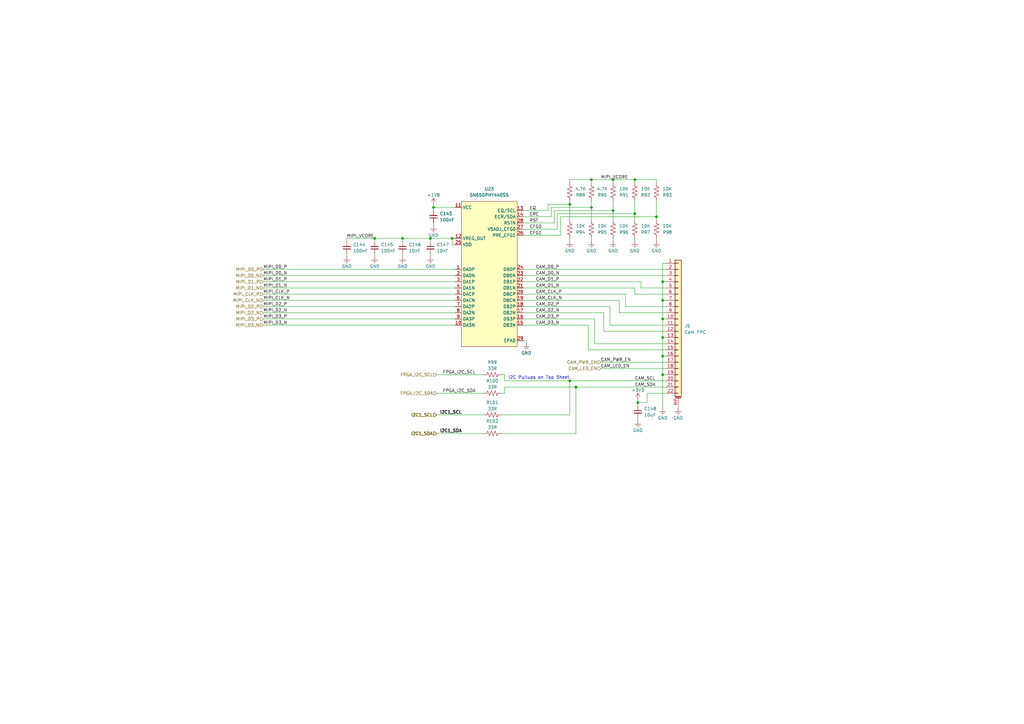
<source format=kicad_sch>
(kicad_sch (version 20231120) (generator "eeschema") (generator_version "8.0")
  (paper "A3")
  (title_block (title "Camera FPC Connector") (date "2024-07-14") (rev "1.0") (company "Drexel University") (comment 1 "Designed by John Hofmeyr"))
  (lib_symbols
    (symbol "Connector_Generic_MountingPin:Conn_01x22_MountingPin" (pin_names (offset 1.016) hide)
      (property "Reference" "J" (at 0 27.94 0))
      (property "Value" "Conn_01x22_MountingPin" (at 1.27 -30.48 0))
      (symbol "Conn_01x22_MountingPin_1_1"
        (rectangle (start -1.27 -27.813) (end 0 -28.067) (stroke (width 0.1524)))
        (rectangle (start -1.27 -25.273) (end 0 -25.527) (stroke (width 0.1524)))
        (rectangle (start -1.27 -22.733) (end 0 -22.987) (stroke (width 0.1524)))
        (rectangle (start -1.27 -20.193) (end 0 -20.447) (stroke (width 0.1524)))
        (rectangle (start -1.27 -17.653) (end 0 -17.907) (stroke (width 0.1524)))
        (rectangle (start -1.27 -15.113) (end 0 -15.367) (stroke (width 0.1524)))
        (rectangle (start -1.27 -12.573) (end 0 -12.827) (stroke (width 0.1524)))
        (rectangle (start -1.27 -10.033) (end 0 -10.287) (stroke (width 0.1524)))
        (rectangle (start -1.27 -7.493) (end 0 -7.747) (stroke (width 0.1524)))
        (rectangle (start -1.27 -4.953) (end 0 -5.207) (stroke (width 0.1524)))
        (rectangle (start -1.27 -2.413) (end 0 -2.667) (stroke (width 0.1524)))
        (rectangle (start -1.27 0.127) (end 0 -0.127) (stroke (width 0.1524)))
        (rectangle (start -1.27 2.667) (end 0 2.413) (stroke (width 0.1524)))
        (rectangle (start -1.27 5.207) (end 0 4.953) (stroke (width 0.1524)))
        (rectangle (start -1.27 7.747) (end 0 7.493) (stroke (width 0.1524)))
        (rectangle (start -1.27 10.287) (end 0 10.033) (stroke (width 0.1524)))
        (rectangle (start -1.27 12.827) (end 0 12.573) (stroke (width 0.1524)))
        (rectangle (start -1.27 15.367) (end 0 15.113) (stroke (width 0.1524)))
        (rectangle (start -1.27 17.907) (end 0 17.653) (stroke (width 0.1524)))
        (rectangle (start -1.27 20.447) (end 0 20.193) (stroke (width 0.1524)))
        (rectangle (start -1.27 22.987) (end 0 22.733) (stroke (width 0.1524)))
        (rectangle (start -1.27 25.527) (end 0 25.273) (stroke (width 0.1524)))
        (rectangle (start -1.27 26.67) (end 1.27 -29.21) (stroke (width 0.254)) (fill (type background)))
        (polyline (pts (xy -1.016 -29.972) (xy 1.016 -29.972)) (stroke (width 0.1524)))
        (text "Mounting" (at 0 -29.591 0) (effects (font (size 0.381 0.381))))
        (pin passive line (at -5.08 25.4 0) (length 3.81) (name "Pin_1") (number "1"))
        (pin passive line (at -5.08 2.54 0) (length 3.81) (name "Pin_10") (number "10"))
        (pin passive line (at -5.08 0 0) (length 3.81) (name "Pin_11") (number "11"))
        (pin passive line (at -5.08 -2.54 0) (length 3.81) (name "Pin_12") (number "12"))
        (pin passive line (at -5.08 -5.08 0) (length 3.81) (name "Pin_13") (number "13"))
        (pin passive line (at -5.08 -7.62 0) (length 3.81) (name "Pin_14") (number "14"))
        (pin passive line (at -5.08 -10.16 0) (length 3.81) (name "Pin_15") (number "15"))
        (pin passive line (at -5.08 -12.7 0) (length 3.81) (name "Pin_16") (number "16"))
        (pin passive line (at -5.08 -15.24 0) (length 3.81) (name "Pin_17") (number "17"))
        (pin passive line (at -5.08 -17.78 0) (length 3.81) (name "Pin_18") (number "18"))
        (pin passive line (at -5.08 -20.32 0) (length 3.81) (name "Pin_19") (number "19"))
        (pin passive line (at -5.08 22.86 0) (length 3.81) (name "Pin_2") (number "2"))
        (pin passive line (at -5.08 -22.86 0) (length 3.81) (name "Pin_20") (number "20"))
        (pin passive line (at -5.08 -25.4 0) (length 3.81) (name "Pin_21") (number "21"))
        (pin passive line (at -5.08 -27.94 0) (length 3.81) (name "Pin_22") (number "22"))
        (pin passive line (at -5.08 20.32 0) (length 3.81) (name "Pin_3") (number "3"))
        (pin passive line (at -5.08 17.78 0) (length 3.81) (name "Pin_4") (number "4"))
        (pin passive line (at -5.08 15.24 0) (length 3.81) (name "Pin_5") (number "5"))
        (pin passive line (at -5.08 12.7 0) (length 3.81) (name "Pin_6") (number "6"))
        (pin passive line (at -5.08 10.16 0) (length 3.81) (name "Pin_7") (number "7"))
        (pin passive line (at -5.08 7.62 0) (length 3.81) (name "Pin_8") (number "8"))
        (pin passive line (at -5.08 5.08 0) (length 3.81) (name "Pin_9") (number "9"))
        (pin passive line (at 0 -33.02 90) (length 3.048) (name "MountPin") (number "MP"))
      )
    )
    (symbol "Device:C_Small" (pin_numbers hide) (pin_names (offset 0.254) hide)
      (property "Reference" "C" (at 0.254 1.778 0))
      (property "Value" "C_Small" (at 0.254 -2.032 0))
      (symbol "C_Small_0_1"
        (polyline (pts (xy -1.524 -0.508) (xy 1.524 -0.508)) (stroke (width 0.3302)))
        (polyline (pts (xy -1.524 0.508) (xy 1.524 0.508)) (stroke (width 0.3048)))
      )
      (symbol "C_Small_1_1"
        (pin passive line (at 0 2.54 270) (length 2.032) (name "~") (number "1"))
        (pin passive line (at 0 -2.54 90) (length 2.032) (name "~") (number "2"))
      )
    )
    (symbol "Device:R_US" (pin_numbers hide) (pin_names (offset 0))
      (property "Reference" "R" (at 2.54 0 90))
      (property "Value" "R_US" (at -2.54 0 90))
      (symbol "R_US_0_1"
        (polyline (pts (xy 0 -2.286) (xy 0 -2.54)))
        (polyline (pts (xy 0 2.286) (xy 0 2.54)))
        (polyline (pts (xy 0 -0.762) (xy 1.016 -1.143) (xy 0 -1.524) (xy -1.016 -1.905) (xy 0 -2.286)))
        (polyline (pts (xy 0 0.762) (xy 1.016 0.381) (xy 0 0) (xy -1.016 -0.381) (xy 0 -0.762)))
        (polyline (pts (xy 0 2.286) (xy 1.016 1.905) (xy 0 1.524) (xy -1.016 1.143) (xy 0 0.762)))
      )
      (symbol "R_US_1_1"
        (pin passive line (at 0 3.81 270) (length 1.27) (name "~") (number "1"))
        (pin passive line (at 0 -3.81 90) (length 1.27) (name "~") (number "2"))
      )
    )
    (symbol "IO_Module:SN65DPHY440SS"
      (property "Reference" "U" (at 11.43 31.75 0))
      (property "Value" "SN65DPHY440SS" (at 11.43 29.21 0))
      (symbol "SN65DPHY440SS_1_1"
        (rectangle (start 0 27.94) (end 22.86 -31.75) (fill (type background)))
        (pin passive line (at -2.54 0 0) (length 2.54) (name "DA0P") (number "1"))
        (pin passive line (at -2.54 -22.86 0) (length 2.54) (name "DA3N") (number "10"))
        (pin passive line (at -2.54 25.4 0) (length 2.54) (name "VCC") (number "11"))
        (pin passive line (at -2.54 12.7 0) (length 2.54) (name "VREG_OUT") (number "12"))
        (pin passive line (at 25.4 24.13 180) (length 2.54) (name "EQ/SCL") (number "13"))
        (pin passive line (at 25.4 21.59 180) (length 2.54) (name "ECR/SDA") (number "14"))
        (pin passive line (at 25.4 -22.86 180) (length 2.54) (name "DB3N") (number "15"))
        (pin passive line (at 25.4 -20.32 180) (length 2.54) (name "DB3P") (number "16"))
        (pin passive line (at 25.4 -17.78 180) (length 2.54) (name "DB2N") (number "17"))
        (pin passive line (at 25.4 -15.24 180) (length 2.54) (name "DB2P") (number "18"))
        (pin passive line (at 25.4 -12.7 180) (length 2.54) (name "DBCN") (number "19"))
        (pin passive line (at -2.54 -2.54 0) (length 2.54) (name "DA0N") (number "2"))
        (pin passive line (at 25.4 -10.16 180) (length 2.54) (name "DBCP") (number "20"))
        (pin passive line (at 25.4 -7.62 180) (length 2.54) (name "DB1N") (number "21"))
        (pin passive line (at 25.4 -5.08 180) (length 2.54) (name "DB1P") (number "22"))
        (pin passive line (at 25.4 -2.54 180) (length 2.54) (name "DB0N") (number "23"))
        (pin passive line (at 25.4 0 180) (length 2.54) (name "DB0P") (number "24"))
        (pin passive line (at -2.54 10.16 0) (length 2.54) (name "VDD") (number "25"))
        (pin passive line (at 25.4 13.97 180) (length 2.54) (name "PRE_CFG1") (number "26"))
        (pin passive line (at 25.4 16.51 180) (length 2.54) (name "VSADJ_CFG0") (number "27"))
        (pin passive line (at 25.4 19.05 180) (length 2.54) (name "RSTN") (number "28"))
        (pin passive line (at 25.4 -29.21 180) (length 2.54) (name "EPAD") (number "29"))
        (pin passive line (at -2.54 -5.08 0) (length 2.54) (name "DA1P") (number "3"))
        (pin passive line (at -2.54 -7.62 0) (length 2.54) (name "DA1N") (number "4"))
        (pin passive line (at -2.54 -10.16 0) (length 2.54) (name "DACP") (number "5"))
        (pin passive line (at -2.54 -12.7 0) (length 2.54) (name "DACN") (number "6"))
        (pin passive line (at -2.54 -15.24 0) (length 2.54) (name "DA2P") (number "7"))
        (pin passive line (at -2.54 -17.78 0) (length 2.54) (name "DA2N") (number "8"))
        (pin passive line (at -2.54 -20.32 0) (length 2.54) (name "DA3P") (number "9"))
      )
    )
    (symbol "power:+1V8" (power) (pin_numbers hide) (pin_names (offset 0) hide)
      (property "Value" "+1V8" (at 0 3.556 0))
      (symbol "+1V8_0_1"
        (polyline (pts (xy -0.762 1.27) (xy 0 2.54)))
        (polyline (pts (xy 0 0) (xy 0 2.54)))
        (polyline (pts (xy 0 2.54) (xy 0.762 1.27)))
      )
      (symbol "+1V8_1_1"
        (pin power_in line (at 0 0 90) (length 0) (name "~") (number "1"))
      )
    )
    (symbol "power:+3V3" (power) (pin_numbers hide) (pin_names (offset 0) hide)
      (property "Value" "+3V3" (at 0 3.556 0))
      (symbol "+3V3_0_1"
        (polyline (pts (xy -0.762 1.27) (xy 0 2.54)))
        (polyline (pts (xy 0 0) (xy 0 2.54)))
        (polyline (pts (xy 0 2.54) (xy 0.762 1.27)))
      )
      (symbol "+3V3_1_1"
        (pin power_in line (at 0 0 90) (length 0) (name "~") (number "1"))
      )
    )
    (symbol "power:GND" (power) (pin_numbers hide) (pin_names (offset 0) hide)
      (property "Value" "GND" (at 0 -3.81 0))
      (symbol "GND_0_1"
        (polyline (pts (xy -0.635 -1.905) (xy 0.635 -1.905)))
        (polyline (pts (xy -0.127 -2.54) (xy 0.127 -2.54)))
        (polyline (pts (xy 0 -1.27) (xy 0 0)))
        (polyline (pts (xy 1.27 -1.27) (xy -1.27 -1.27)))
      )
      (symbol "GND_1_1"
        (pin power_in line (at 0 0 270) (length 0) (name "~") (number "1"))
      )
    )
  )
  (junction (at 177.8 85.09))
  (junction (at 271.78 130.81))
  (junction (at 269.24 88.9))
  (junction (at 260.35 87.63))
  (junction (at 271.78 138.43))
  (junction (at 260.35 73.66))
  (junction (at 271.78 153.67))
  (junction (at 271.78 146.05))
  (junction (at 271.78 123.19))
  (junction (at 251.46 86.36))
  (junction (at 242.57 85.09))
  (junction (at 165.1 97.79))
  (junction (at 233.68 83.82))
  (junction (at 153.67 97.79))
  (junction (at 242.57 73.66))
  (junction (at 261.62 165.1))
  (junction (at 236.22 158.75))
  (junction (at 185.42 97.79))
  (junction (at 271.78 115.57))
  (junction (at 176.53 97.79))
  (junction (at 251.46 73.66))
  (junction (at 233.68 156.21))
  (wire (pts (xy 179.07 170.18) (xy 198.12 170.18)))
  (wire (pts (xy 242.57 73.66) (xy 242.57 74.93)))
  (wire (pts (xy 251.46 73.66) (xy 251.46 74.93)))
  (wire (pts (xy 271.78 123.19) (xy 273.05 123.19)))
  (wire (pts (xy 185.42 100.33) (xy 185.42 97.79)))
  (wire (pts (xy 273.05 140.97) (xy 243.84 140.97)))
  (wire (pts (xy 179.07 177.8) (xy 198.12 177.8)))
  (wire (pts (xy 246.38 148.59) (xy 273.05 148.59)))
  (wire (pts (xy 153.67 97.79) (xy 153.67 99.06)))
  (wire (pts (xy 107.95 115.57) (xy 186.69 115.57)))
  (wire (pts (xy 271.78 107.95) (xy 271.78 115.57)))
  (wire (pts (xy 226.06 88.9) (xy 226.06 85.09)))
  (wire (pts (xy 260.35 73.66) (xy 260.35 74.93)))
  (wire (pts (xy 186.69 100.33) (xy 185.42 100.33)))
  (wire (pts (xy 142.24 97.79) (xy 142.24 99.06)))
  (wire (pts (xy 271.78 130.81) (xy 271.78 138.43)))
  (wire (pts (xy 265.43 161.29) (xy 273.05 161.29)))
  (wire (pts (xy 233.68 73.66) (xy 233.68 74.93)))
  (wire (pts (xy 247.65 128.27) (xy 247.65 135.89)))
  (wire (pts (xy 262.89 118.11) (xy 273.05 118.11)))
  (wire (pts (xy 214.63 120.65) (xy 256.54 120.65)))
  (wire (pts (xy 241.3 133.35) (xy 241.3 143.51)))
  (wire (pts (xy 153.67 97.79) (xy 165.1 97.79)))
  (wire (pts (xy 214.63 113.03) (xy 273.05 113.03)))
  (wire (pts (xy 236.22 158.75) (xy 273.05 158.75)))
  (wire (pts (xy 226.06 85.09) (xy 242.57 85.09)))
  (wire (pts (xy 176.53 97.79) (xy 185.42 97.79)))
  (wire (pts (xy 233.68 73.66) (xy 242.57 73.66)))
  (wire (pts (xy 269.24 73.66) (xy 269.24 74.93)))
  (wire (pts (xy 241.3 143.51) (xy 273.05 143.51)))
  (wire (pts (xy 207.01 156.21) (xy 233.68 156.21)))
  (wire (pts (xy 236.22 177.8) (xy 236.22 158.75)))
  (wire (pts (xy 177.8 83.82) (xy 177.8 85.09)))
  (wire (pts (xy 271.78 146.05) (xy 271.78 153.67)))
  (wire (pts (xy 273.05 107.95) (xy 271.78 107.95)))
  (wire (pts (xy 205.74 153.67) (xy 207.01 153.67)))
  (wire (pts (xy 271.78 123.19) (xy 271.78 130.81)))
  (wire (pts (xy 214.63 88.9) (xy 226.06 88.9)))
  (wire (pts (xy 207.01 153.67) (xy 207.01 156.21)))
  (wire (pts (xy 207.01 161.29) (xy 207.01 158.75)))
  (wire (pts (xy 214.63 91.44) (xy 227.33 91.44)))
  (wire (pts (xy 233.68 156.21) (xy 273.05 156.21)))
  (wire (pts (xy 242.57 82.55) (xy 242.57 85.09)))
  (wire (pts (xy 214.63 128.27) (xy 247.65 128.27)))
  (wire (pts (xy 165.1 97.79) (xy 165.1 99.06)))
  (wire (pts (xy 142.24 104.14) (xy 142.24 105.41)))
  (wire (pts (xy 107.95 125.73) (xy 186.69 125.73)))
  (wire (pts (xy 271.78 130.81) (xy 273.05 130.81)))
  (wire (pts (xy 278.13 166.37) (xy 278.13 167.64)))
  (wire (pts (xy 176.53 97.79) (xy 176.53 99.06)))
  (wire (pts (xy 254 123.19) (xy 254 128.27)))
  (wire (pts (xy 205.74 177.8) (xy 236.22 177.8)))
  (wire (pts (xy 224.79 86.36) (xy 224.79 83.82)))
  (wire (pts (xy 243.84 130.81) (xy 214.63 130.81)))
  (wire (pts (xy 107.95 128.27) (xy 186.69 128.27)))
  (wire (pts (xy 176.53 104.14) (xy 176.53 105.41)))
  (wire (pts (xy 271.78 153.67) (xy 273.05 153.67)))
  (wire (pts (xy 228.6 87.63) (xy 260.35 87.63)))
  (wire (pts (xy 107.95 110.49) (xy 186.69 110.49)))
  (wire (pts (xy 107.95 113.03) (xy 186.69 113.03)))
  (wire (pts (xy 260.35 73.66) (xy 269.24 73.66)))
  (wire (pts (xy 251.46 86.36) (xy 251.46 90.17)))
  (wire (pts (xy 260.35 87.63) (xy 260.35 90.17)))
  (wire (pts (xy 233.68 170.18) (xy 233.68 156.21)))
  (wire (pts (xy 233.68 82.55) (xy 233.68 83.82)))
  (wire (pts (xy 242.57 97.79) (xy 242.57 99.06)))
  (wire (pts (xy 256.54 125.73) (xy 273.05 125.73)))
  (wire (pts (xy 243.84 140.97) (xy 243.84 130.81)))
  (wire (pts (xy 207.01 158.75) (xy 236.22 158.75)))
  (wire (pts (xy 261.62 171.45) (xy 261.62 172.72)))
  (wire (pts (xy 214.63 110.49) (xy 273.05 110.49)))
  (wire (pts (xy 214.63 96.52) (xy 229.87 96.52)))
  (wire (pts (xy 186.69 85.09) (xy 177.8 85.09)))
  (wire (pts (xy 229.87 96.52) (xy 229.87 88.9)))
  (wire (pts (xy 271.78 138.43) (xy 271.78 146.05)))
  (wire (pts (xy 250.19 133.35) (xy 273.05 133.35)))
  (wire (pts (xy 251.46 73.66) (xy 260.35 73.66)))
  (wire (pts (xy 271.78 115.57) (xy 273.05 115.57)))
  (wire (pts (xy 214.63 115.57) (xy 262.89 115.57)))
  (wire (pts (xy 229.87 88.9) (xy 269.24 88.9)))
  (wire (pts (xy 214.63 133.35) (xy 241.3 133.35)))
  (wire (pts (xy 262.89 115.57) (xy 262.89 118.11)))
  (wire (pts (xy 271.78 153.67) (xy 271.78 167.64)))
  (wire (pts (xy 261.62 163.83) (xy 261.62 165.1)))
  (wire (pts (xy 142.24 97.79) (xy 153.67 97.79)))
  (wire (pts (xy 256.54 120.65) (xy 256.54 125.73)))
  (wire (pts (xy 179.07 153.67) (xy 198.12 153.67)))
  (wire (pts (xy 260.35 118.11) (xy 260.35 120.65)))
  (wire (pts (xy 247.65 135.89) (xy 273.05 135.89)))
  (wire (pts (xy 107.95 120.65) (xy 186.69 120.65)))
  (wire (pts (xy 269.24 97.79) (xy 269.24 99.06)))
  (wire (pts (xy 214.63 139.7) (xy 215.9 139.7)))
  (wire (pts (xy 271.78 146.05) (xy 273.05 146.05)))
  (wire (pts (xy 265.43 161.29) (xy 265.43 165.1)))
  (wire (pts (xy 215.9 139.7) (xy 215.9 140.97)))
  (wire (pts (xy 269.24 88.9) (xy 269.24 90.17)))
  (wire (pts (xy 251.46 97.79) (xy 251.46 99.06)))
  (wire (pts (xy 227.33 86.36) (xy 251.46 86.36)))
  (wire (pts (xy 250.19 125.73) (xy 250.19 133.35)))
  (wire (pts (xy 165.1 97.79) (xy 176.53 97.79)))
  (wire (pts (xy 153.67 104.14) (xy 153.67 105.41)))
  (wire (pts (xy 261.62 165.1) (xy 261.62 166.37)))
  (wire (pts (xy 260.35 82.55) (xy 260.35 87.63)))
  (wire (pts (xy 214.63 125.73) (xy 250.19 125.73)))
  (wire (pts (xy 224.79 83.82) (xy 233.68 83.82)))
  (wire (pts (xy 246.38 151.13) (xy 273.05 151.13)))
  (wire (pts (xy 265.43 165.1) (xy 261.62 165.1)))
  (wire (pts (xy 271.78 138.43) (xy 273.05 138.43)))
  (wire (pts (xy 254 128.27) (xy 273.05 128.27)))
  (wire (pts (xy 107.95 130.81) (xy 186.69 130.81)))
  (wire (pts (xy 185.42 97.79) (xy 186.69 97.79)))
  (wire (pts (xy 177.8 85.09) (xy 177.8 86.36)))
  (wire (pts (xy 242.57 73.66) (xy 251.46 73.66)))
  (wire (pts (xy 107.95 118.11) (xy 186.69 118.11)))
  (wire (pts (xy 177.8 91.44) (xy 177.8 92.71)))
  (wire (pts (xy 227.33 91.44) (xy 227.33 86.36)))
  (wire (pts (xy 205.74 170.18) (xy 233.68 170.18)))
  (wire (pts (xy 205.74 161.29) (xy 207.01 161.29)))
  (wire (pts (xy 165.1 104.14) (xy 165.1 105.41)))
  (wire (pts (xy 107.95 123.19) (xy 186.69 123.19)))
  (wire (pts (xy 242.57 85.09) (xy 242.57 90.17)))
  (wire (pts (xy 107.95 133.35) (xy 186.69 133.35)))
  (wire (pts (xy 214.63 123.19) (xy 254 123.19)))
  (wire (pts (xy 214.63 118.11) (xy 260.35 118.11)))
  (wire (pts (xy 228.6 93.98) (xy 228.6 87.63)))
  (wire (pts (xy 271.78 115.57) (xy 271.78 123.19)))
  (wire (pts (xy 251.46 82.55) (xy 251.46 86.36)))
  (wire (pts (xy 269.24 82.55) (xy 269.24 88.9)))
  (wire (pts (xy 214.63 93.98) (xy 228.6 93.98)))
  (wire (pts (xy 214.63 86.36) (xy 224.79 86.36)))
  (wire (pts (xy 233.68 83.82) (xy 233.68 90.17)))
  (wire (pts (xy 179.07 161.29) (xy 198.12 161.29)))
  (wire (pts (xy 260.35 97.79) (xy 260.35 99.06)))
  (wire (pts (xy 260.35 120.65) (xy 273.05 120.65)))
  (wire (pts (xy 233.68 97.79) (xy 233.68 99.06)))
  (text "I2C Pullups on Top Sheet" (at 220.98 154.94 0) (effects (font (size 1.27 1.27))))
  (label "MIPI_D0_P" (at 107.95 110.49 0))
  (label "CAM_CLK_N" (at 219.71 123.19 0))
  (label "MIPI_D0_N" (at 107.95 113.03 0))
  (label "CFG1" (at 217.17 96.52 0))
  (label "CAM_SDA" (at 260.35 158.75 0))
  (label "MIPI_CLK_P" (at 107.95 120.65 0))
  (label "FPGA_I2C_SCL" (at 181.61 153.67 0))
  (label "I2C1_SDA" (at 180.34 177.8 0) (effects (font (bold yes))))
  (label "CAM_D3_P" (at 219.71 130.81 0))
  (label "MIPI_VCORE" (at 142.24 97.79 0))
  (label "MIPI_D2_N" (at 107.95 128.27 0))
  (label "RST" (at 217.17 91.44 0))
  (label "I2C1_SCL" (at 180.34 170.18 0) (effects (font (bold yes))))
  (label "CAM_D0_P" (at 219.71 110.49 0))
  (label "CAM_SCL" (at 260.35 156.21 0))
  (label "MIPI_CLK_N" (at 107.95 123.19 0))
  (label "MIPI_D1_N" (at 107.95 118.11 0))
  (label "MIPI_VCORE" (at 246.38 73.66 0))
  (label "CAM_PWR_EN" (at 246.38 148.59 0))
  (label "MIPI_D3_N" (at 107.95 133.35 0))
  (label "MIPI_D1_P" (at 107.95 115.57 0))
  (label "CFG0" (at 217.17 93.98 0))
  (label "CAM_D2_N" (at 219.71 128.27 0))
  (label "CAM_D0_N" (at 219.71 113.03 0))
  (label "MIPI_D2_P" (at 107.95 125.73 0))
  (label "CAM_D1_N" (at 219.71 118.11 0))
  (label "CAM_D2_P" (at 219.71 125.73 0))
  (label "CAM_CLK_P" (at 219.71 120.65 0))
  (label "CAM_LED_EN" (at 246.38 151.13 0))
  (label "CAM_D3_N" (at 219.71 133.35 0))
  (label "FPGA_I2C_SDA" (at 181.61 161.29 0))
  (label "CAM_D1_P" (at 219.71 115.57 0))
  (label "MIPI_D3_P" (at 107.95 130.81 0))
  (label "ERC" (at 217.17 88.9 0))
  (label "EQ" (at 217.17 86.36 0))
  (hierarchical_label "MIPI_D3_N" (shape input) (at 107.95 133.35 180))
  (hierarchical_label "MIPI_D2_N" (shape input) (at 107.95 128.27 180))
  (hierarchical_label "CAM_LED_EN" (shape input) (at 246.38 151.13 180))
  (hierarchical_label "I2C1_SDA" (shape input) (at 179.07 177.8 180) (effects (font (bold yes))))
  (hierarchical_label "MIPI_D3_P" (shape input) (at 107.95 130.81 180))
  (hierarchical_label "MIPI_D0_P" (shape input) (at 107.95 110.49 180))
  (hierarchical_label "I2C1_SCL" (shape input) (at 179.07 170.18 180) (effects (font (bold yes))))
  (hierarchical_label "MIPI_CLK_N" (shape input) (at 107.95 123.19 180))
  (hierarchical_label "FPGA_I2C_SDA" (shape input) (at 179.07 161.29 180))
  (hierarchical_label "MIPI_D0_N" (shape input) (at 107.95 113.03 180))
  (hierarchical_label "MIPI_D1_N" (shape input) (at 107.95 118.11 180))
  (hierarchical_label "MIPI_D2_P" (shape input) (at 107.95 125.73 180))
  (hierarchical_label "MIPI_D1_P" (shape input) (at 107.95 115.57 180))
  (hierarchical_label "CAM_PWR_EN" (shape input) (at 246.38 148.59 180))
  (hierarchical_label "FPGA_I2C_SCL" (shape input) (at 179.07 153.67 180))
  (hierarchical_label "MIPI_CLK_P" (shape input) (at 107.95 120.65 180))
  (symbol (lib_id "Device:R_US") (at 242.57 93.98 180) (unit 1)
    (property "Reference" "R95" (at 247.015 95.25 0))
    (property "Value" "10K" (at 247.015 92.71 0))
    (property "Footprint" "Resistor_SMD:R_0201_0603Metric" (effects (hide yes)))
    (property "Description" "Resistor, US symbol" (effects (hide yes)))
  )
  (symbol (lib_id "Device:R_US") (at 251.46 78.74 180) (unit 1)
    (property "Reference" "R91" (at 255.905 80.01 0))
    (property "Value" "10K" (at 255.905 77.47 0))
    (property "Footprint" "Resistor_SMD:R_0201_0603Metric" (effects (hide yes)))
    (property "Description" "Resistor, US symbol" (effects (hide yes)))
  )
  (symbol (lib_id "power:+3V3") (at 261.62 163.83 0) (unit 1)
    (property "Reference" "#PWR0269" (effects (hide yes)))
    (property "Value" "+3V3" (at 261.62 160.02 0))
    (property "Description" "Power symbol creates a global label with name \"+3V3\"" (effects (hide yes)))
  )
  (symbol (lib_id "Device:R_US") (at 201.93 177.8 270) (unit 1)
    (property "Reference" "R102" (at 201.93 172.72 90))
    (property "Value" "33R" (at 201.93 175.26 90))
    (property "Footprint" "Resistor_SMD:R_0201_0603Metric" (effects (hide yes)))
    (property "Description" "Resistor, US symbol" (effects (hide yes)))
  )
  (symbol (lib_id "Device:C_Small") (at 165.1 101.6 0) (unit 1)
    (property "Reference" "C146" (at 167.64 100.3362 0) (effects (justify left)))
    (property "Value" "10nF" (at 167.64 102.8762 0) (effects (justify left)))
    (property "Footprint" "Capacitor_SMD:C_0201_0603Metric" (effects (hide yes)))
    (property "Description" "Unpolarized capacitor, small symbol" (effects (hide yes)))
  )
  (symbol (lib_id "Device:R_US") (at 242.57 78.74 180) (unit 1)
    (property "Reference" "R90" (at 247.015 80.01 0))
    (property "Value" "4.7K" (at 247.015 77.47 0))
    (property "Footprint" "Resistor_SMD:R_0201_0603Metric" (effects (hide yes)))
    (property "Description" "Resistor, US symbol" (effects (hide yes)))
  )
  (symbol (lib_id "Device:R_US") (at 201.93 153.67 270) (unit 1)
    (property "Reference" "R99" (at 201.93 148.59 90))
    (property "Value" "33R" (at 201.93 151.13 90))
    (property "Footprint" "Resistor_SMD:R_0201_0603Metric" (effects (hide yes)))
    (property "Description" "Resistor, US symbol" (effects (hide yes)))
  )
  (symbol (lib_id "Device:R_US") (at 201.93 161.29 270) (unit 1)
    (property "Reference" "R100" (at 201.93 156.21 90))
    (property "Value" "33R" (at 201.93 158.75 90))
    (property "Footprint" "Resistor_SMD:R_0201_0603Metric" (effects (hide yes)))
    (property "Description" "Resistor, US symbol" (effects (hide yes)))
  )
  (symbol (lib_id "power:GND") (at 269.24 99.06 0) (unit 1)
    (property "Reference" "#PWR0263" (effects (hide yes)))
    (property "Value" "GND" (at 269.24 102.87 0))
    (property "Description" "Power symbol creates a global label with name \"GND\" , ground" (effects (hide yes)))
  )
  (symbol (lib_id "Device:C_Small") (at 176.53 101.6 0) (unit 1)
    (property "Reference" "C147" (at 179.07 100.3362 0) (effects (justify left)))
    (property "Value" "10nF" (at 179.07 102.8762 0) (effects (justify left)))
    (property "Footprint" "Capacitor_SMD:C_0201_0603Metric" (effects (hide yes)))
    (property "Description" "Unpolarized capacitor, small symbol" (effects (hide yes)))
  )
  (symbol (lib_id "Device:R_US") (at 269.24 93.98 180) (unit 1)
    (property "Reference" "R98" (at 273.685 95.25 0))
    (property "Value" "10K" (at 273.685 92.71 0))
    (property "Footprint" "Resistor_SMD:R_0201_0603Metric" (effects (hide yes)))
    (property "Description" "Resistor, US symbol" (effects (hide yes)))
  )
  (symbol (lib_id "power:GND") (at 260.35 99.06 0) (unit 1)
    (property "Reference" "#PWR0262" (effects (hide yes)))
    (property "Value" "GND" (at 260.35 102.87 0))
    (property "Description" "Power symbol creates a global label with name \"GND\" , ground" (effects (hide yes)))
  )
  (symbol (lib_id "power:GND") (at 278.13 167.64 0) (unit 1)
    (property "Reference" "#PWR0271" (effects (hide yes)))
    (property "Value" "GND" (at 278.13 171.45 0))
    (property "Description" "Power symbol creates a global label with name \"GND\" , ground" (effects (hide yes)))
  )
  (symbol (lib_id "Device:R_US") (at 201.93 170.18 270) (unit 1)
    (property "Reference" "R101" (at 201.93 165.1 90))
    (property "Value" "33R" (at 201.93 167.64 90))
    (property "Footprint" "Resistor_SMD:R_0201_0603Metric" (effects (hide yes)))
    (property "Description" "Resistor, US symbol" (effects (hide yes)))
  )
  (symbol (lib_id "Device:C_Small") (at 153.67 101.6 180) (unit 1)
    (property "Reference" "C145" (at 156.21 100.3235 0) (effects (justify right)))
    (property "Value" "100nF" (at 156.21 102.8635 0) (effects (justify right)))
    (property "Footprint" "Capacitor_SMD:C_0201_0603Metric" (effects (hide yes)))
    (property "Description" "Unpolarized capacitor, small symbol" (effects (hide yes)))
  )
  (symbol (lib_id "Device:R_US") (at 260.35 78.74 180) (unit 1)
    (property "Reference" "R92" (at 264.795 80.01 0))
    (property "Value" "10K" (at 264.795 77.47 0))
    (property "Footprint" "Resistor_SMD:R_0201_0603Metric" (effects (hide yes)))
    (property "Description" "Resistor, US symbol" (effects (hide yes)))
  )
  (symbol (lib_id "power:+1V8") (at 177.8 83.82 0) (unit 1)
    (property "Reference" "#PWR0257" (effects (hide yes)))
    (property "Value" "+1V8" (at 177.8 80.01 0))
    (property "Description" "Power symbol creates a global label with name \"+1V8\"" (effects (hide yes)))
  )
  (symbol (lib_id "power:GND") (at 251.46 99.06 0) (unit 1)
    (property "Reference" "#PWR0261" (effects (hide yes)))
    (property "Value" "GND" (at 251.46 102.87 0))
    (property "Description" "Power symbol creates a global label with name \"GND\" , ground" (effects (hide yes)))
  )
  (symbol (lib_id "power:GND") (at 271.78 167.64 0) (unit 1)
    (property "Reference" "#PWR0270" (effects (hide yes)))
    (property "Value" "GND" (at 271.78 171.45 0))
    (property "Description" "Power symbol creates a global label with name \"GND\" , ground" (effects (hide yes)))
  )
  (symbol (lib_id "Device:R_US") (at 269.24 78.74 180) (unit 1)
    (property "Reference" "R93" (at 273.685 80.01 0))
    (property "Value" "10K" (at 273.685 77.47 0))
    (property "Footprint" "Resistor_SMD:R_0201_0603Metric" (effects (hide yes)))
    (property "Description" "Resistor, US symbol" (effects (hide yes)))
  )
  (symbol (lib_id "power:GND") (at 177.8 92.71 0) (unit 1)
    (property "Reference" "#PWR0258" (effects (hide yes)))
    (property "Value" "GND" (at 177.8 96.52 0))
    (property "Description" "Power symbol creates a global label with name \"GND\" , ground" (effects (hide yes)))
  )
  (symbol (lib_id "Device:C_Small") (at 177.8 88.9 180) (unit 1)
    (property "Reference" "C143" (at 180.34 87.6235 0) (effects (justify right)))
    (property "Value" "100nF" (at 180.34 90.1635 0) (effects (justify right)))
    (property "Footprint" "Capacitor_SMD:C_0201_0603Metric" (effects (hide yes)))
    (property "Description" "Unpolarized capacitor, small symbol" (effects (hide yes)))
  )
  (symbol (lib_id "power:GND") (at 142.24 105.41 0) (unit 1)
    (property "Reference" "#PWR0264" (effects (hide yes)))
    (property "Value" "GND" (at 142.24 109.22 0))
    (property "Description" "Power symbol creates a global label with name \"GND\" , ground" (effects (hide yes)))
  )
  (symbol (lib_id "power:GND") (at 153.67 105.41 0) (unit 1)
    (property "Reference" "#PWR0265" (effects (hide yes)))
    (property "Value" "GND" (at 153.67 109.22 0))
    (property "Description" "Power symbol creates a global label with name \"GND\" , ground" (effects (hide yes)))
  )
  (symbol (lib_id "power:GND") (at 215.9 140.97 0) (unit 1)
    (property "Reference" "#PWR0268" (effects (hide yes)))
    (property "Value" "GND" (at 215.9 144.78 0))
    (property "Description" "Power symbol creates a global label with name \"GND\" , ground" (effects (hide yes)))
  )
  (symbol (lib_id "power:GND") (at 233.68 99.06 0) (unit 1)
    (property "Reference" "#PWR0259" (effects (hide yes)))
    (property "Value" "GND" (at 233.68 102.87 0))
    (property "Description" "Power symbol creates a global label with name \"GND\" , ground" (effects (hide yes)))
  )
  (symbol (lib_id "Device:R_US") (at 233.68 78.74 180) (unit 1)
    (property "Reference" "R89" (at 238.125 80.01 0))
    (property "Value" "4.7K" (at 238.125 77.47 0))
    (property "Footprint" "Resistor_SMD:R_0201_0603Metric" (effects (hide yes)))
    (property "Description" "Resistor, US symbol" (effects (hide yes)))
  )
  (symbol (lib_id "Device:R_US") (at 233.68 93.98 180) (unit 1)
    (property "Reference" "R94" (at 238.125 95.25 0))
    (property "Value" "10K" (at 238.125 92.71 0))
    (property "Footprint" "Resistor_SMD:R_0201_0603Metric" (effects (hide yes)))
    (property "Description" "Resistor, US symbol" (effects (hide yes)))
  )
  (symbol (lib_id "Connector_Generic_MountingPin:Conn_01x22_MountingPin") (at 278.13 133.35 0) (unit 1)
    (property "Reference" "J5" (at 280.67 133.7055 0) (effects (justify left)))
    (property "Value" "Cam FPC" (at 280.67 136.2455 0) (effects (justify left)))
    (property "Footprint" "Connector_FFC-FPC:TE_2-1734839-2_1x22-1MP_P0.5mm_Horizontal" (effects (hide yes)))
    (property "Description" "Generic connectable mounting pin connector, single row, 01x22, script generated (kicad-library-utils/schlib/autogen/connector/)" (effects (hide yes)))
  )
  (symbol (lib_id "Device:R_US") (at 260.35 93.98 180) (unit 1)
    (property "Reference" "R97" (at 264.795 95.25 0))
    (property "Value" "10K" (at 264.795 92.71 0))
    (property "Footprint" "Resistor_SMD:R_0201_0603Metric" (effects (hide yes)))
    (property "Description" "Resistor, US symbol" (effects (hide yes)))
  )
  (symbol (lib_id "Device:R_US") (at 251.46 93.98 180) (unit 1)
    (property "Reference" "R96" (at 255.905 95.25 0))
    (property "Value" "10K" (at 255.905 92.71 0))
    (property "Footprint" "Resistor_SMD:R_0201_0603Metric" (effects (hide yes)))
    (property "Description" "Resistor, US symbol" (effects (hide yes)))
  )
  (symbol (lib_id "power:GND") (at 165.1 105.41 0) (unit 1)
    (property "Reference" "#PWR0266" (effects (hide yes)))
    (property "Value" "GND" (at 165.1 109.22 0))
    (property "Description" "Power symbol creates a global label with name \"GND\" , ground" (effects (hide yes)))
  )
  (symbol (lib_id "Device:C_Small") (at 261.62 168.91 0) (unit 1)
    (property "Reference" "C148" (at 264.16 167.6462 0) (effects (justify left)))
    (property "Value" "10uF" (at 264.16 170.1862 0) (effects (justify left)))
    (property "Footprint" "Capacitor_SMD:C_0603_1608Metric" (effects (hide yes)))
    (property "Description" "Unpolarized capacitor, small symbol" (effects (hide yes)))
  )
  (symbol (lib_id "power:GND") (at 176.53 105.41 0) (unit 1)
    (property "Reference" "#PWR0267" (effects (hide yes)))
    (property "Value" "GND" (at 176.53 109.22 0))
    (property "Description" "Power symbol creates a global label with name \"GND\" , ground" (effects (hide yes)))
  )
  (symbol (lib_id "IO_Module:SN65DPHY440SS") (at 189.23 110.49 0) (unit 1)
    (property "Reference" "U23" (at 200.66 77.47 0))
    (property "Value" "SN65DPHY440SS" (at 200.66 80.01 0))
    (property "Footprint" "Package_DFN_QFN:QFN-28-1EP_3x6mm_P0.5mm_EP1.7x4.75mm" (effects (hide yes)))
    (property "Datasheet" "https://www.ti.com/lit/ds/symlink/sn65dphy440ss.pdf?ts=1721166613911&ref_url=https%253A%252F%252Fwww.ti.com%252Fproduct%252FSN65DPHY440SS%253Fbm-verify%253DAAQAAAAJ_____0tdH57jiONAZFwhQ2jlkmc-dhQEQDX6nNd4rcX9rGlJ3KESjC84S-P1eThAugQhN06pphKZMl8mN5qKRk7VlL0ISn9LYGrqR-UTgE9ZIPm3rwL7dJ5YYC2Hndfz8uYXvyQt8mztAFLcEUvOsauBuJAW3IjupyJMTf6AICBFvEYiTglWXDtiOsEoDUJqV6994kLSRtcb8Rs6Nq1zv9iF9viZgn_nzwRblAQKVHVy9UVzkFu9366SHPnuDTvPtgxWZAbgY1vs6-LY39IedVNfxWGsvp_xgkJgLrsVmopGxUldGEEozuUJLMBVaxlYl5I" (effects (hide yes)))
  )
  (symbol (lib_id "power:GND") (at 242.57 99.06 0) (unit 1)
    (property "Reference" "#PWR0260" (effects (hide yes)))
    (property "Value" "GND" (at 242.57 102.87 0))
    (property "Description" "Power symbol creates a global label with name \"GND\" , ground" (effects (hide yes)))
  )
  (symbol (lib_id "power:GND") (at 261.62 172.72 0) (unit 1)
    (property "Reference" "#PWR0272" (effects (hide yes)))
    (property "Value" "GND" (at 261.62 176.53 0))
    (property "Description" "Power symbol creates a global label with name \"GND\" , ground" (effects (hide yes)))
  )
  (symbol (lib_id "Device:C_Small") (at 142.24 101.6 180) (unit 1)
    (property "Reference" "C144" (at 144.78 100.3235 0) (effects (justify right)))
    (property "Value" "100nF" (at 144.78 102.8635 0) (effects (justify right)))
    (property "Footprint" "Capacitor_SMD:C_0201_0603Metric" (effects (hide yes)))
    (property "Description" "Unpolarized capacitor, small symbol" (effects (hide yes)))
  )
)
</source>
